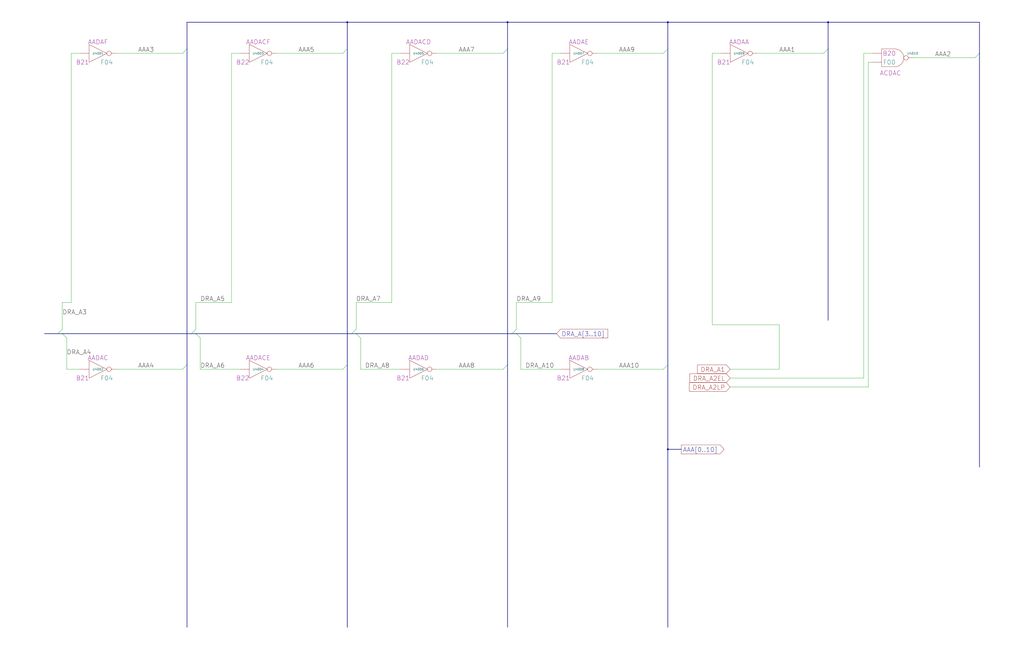
<source format=kicad_sch>
(kicad_sch (version 20220126) (generator eeschema)
  (paper "User" 584.2 378.46)
  (title_block (title "PLANE A\\nDRAM ADDRESS BUFFERS") (date "08-MAR-90") (rev "0.0") (comment 1 "MEM32 BOARD") (comment 2 "232-003066") (comment 3 "S400") (comment 4 "RELEASED"))
  (lib_symbols
    (symbol "r1000:F00" (pin_numbers hide) (pin_names hide)
      (property "Reference" "U" (at 15.24 0 0))
      (property "Value" "F00" (at 1.905 -5.08 0))
      (property "Location" "___" (at 1.905 0 0))
      (property "Name" "______" (at 2.54 -12.7 0))
      (symbol "F00_0_1"
        (polyline (pts (xy -2.54 -7.62) (xy 5.08 -7.62)) (stroke (width 0.1524)))
        (polyline (pts (xy -2.54 2.54) (xy -2.54 -7.62)) (stroke (width 0.1524)))
        (polyline (pts (xy -2.54 2.54) (xy 5.08 2.54)) (stroke (width 0.1524)))
        (arc (start 5.08 -7.62) (mid 10.1282 -2.54) (end 5.08 2.54) (stroke (width 0.1524)))
        (circle (center 11.43 -2.54) (radius 1.27) (stroke (width 0.1524)))
      )
      (symbol "F00_0_2"
        (circle (center -3.81 -5.08) (radius 1.27) (stroke (width 0.1524)))
        (circle (center -3.81 0) (radius 1.27) (stroke (width 0.1524)))
        (arc (start -3.175 -7.62) (mid -2.134 -2.54) (end -3.175 2.54) (stroke (width 0.1524)))
        (polyline (pts (xy -3.175 -7.62) (xy 3.81 -7.62)) (stroke (width 0.1524)))
        (polyline (pts (xy -3.175 2.54) (xy 3.81 2.54)) (stroke (width 0.1524)))
        (arc (start 3.81 -7.62) (mid 7.5855 -5.8306) (end 10.16 -2.54) (stroke (width 0.1524)))
        (arc (start 10.16 -2.54) (mid 7.5827 0.7471) (end 3.81 2.54) (stroke (width 0.1524)))
      )
      (symbol "F00_1_1"
        (pin input line (at -7.62 0 0) (length 5.08) (name "D0") (number "1"))
        (pin input line (at -7.62 -5.08 0) (length 5.08) (name "D1") (number "2"))
        (pin output line (at 15.24 -2.54 180) (length 2.54) (name "Q") (number "3"))
      )
      (symbol "F00_1_2"
        (pin input line (at -7.62 0 0) (length 2.54) (name "D0") (number "1"))
        (pin input line (at -7.62 -5.08 0) (length 2.54) (name "D1") (number "2"))
        (pin output line (at 15.24 -2.54 180) (length 5.08) (name "Q") (number "3"))
      )
    )
    (symbol "r1000:F04" (pin_numbers hide) (pin_names hide)
      (property "Reference" "U" (at 0 0 0))
      (property "Value" "F04" (at 1.27 -5.08 0))
      (property "Location" "___" (at -12.7 -5.08 0))
      (property "Name" "______" (at 0 5.08 0))
      (symbol "F04_0_1"
        (polyline (pts (xy -7.62 0) (xy -5.08 0)) (stroke (width 0.1524)))
        (polyline (pts (xy -5.08 5.08) (xy -5.08 -5.08)) (stroke (width 0.1524)))
        (polyline (pts (xy 5.08 0) (xy -5.08 -5.08)) (stroke (width 0.1524)))
        (polyline (pts (xy 5.08 0) (xy -5.08 5.08)) (stroke (width 0.1524)))
        (circle (center 6.35 0) (radius 1.27) (stroke (width 0.1524)))
      )
      (symbol "F04_1_1"
        (pin input line (at -10.16 0 0) (length 2.54) (name "D0") (number "1"))
        (pin output line (at 10.16 0 180) (length 2.54) (name "Q") (number "2"))
      )
    )
  )
  (bus (pts (xy 106.68 12.7) (xy 106.68 27.94)))
  (bus (pts (xy 106.68 12.7) (xy 198.12 12.7)))
  (bus (pts (xy 106.68 208.28) (xy 106.68 358.14)))
  (bus (pts (xy 106.68 27.94) (xy 106.68 208.28)))
  (bus (pts (xy 109.22 190.5) (xy 111.76 190.5)))
  (bus (pts (xy 111.76 190.5) (xy 200.66 190.5)))
  (bus (pts (xy 198.12 12.7) (xy 198.12 27.94)))
  (bus (pts (xy 198.12 12.7) (xy 289.56 12.7)))
  (bus (pts (xy 198.12 208.28) (xy 198.12 358.14)))
  (bus (pts (xy 198.12 27.94) (xy 198.12 208.28)))
  (bus (pts (xy 200.66 190.5) (xy 203.2 190.5)))
  (bus (pts (xy 203.2 190.5) (xy 292.1 190.5)))
  (bus (pts (xy 25.4 190.5) (xy 33.02 190.5)))
  (bus (pts (xy 289.56 12.7) (xy 289.56 27.94)))
  (bus (pts (xy 289.56 208.28) (xy 289.56 358.14)))
  (bus (pts (xy 289.56 27.94) (xy 289.56 208.28)))
  (bus (pts (xy 292.1 190.5) (xy 294.64 190.5)))
  (bus (pts (xy 294.64 190.5) (xy 317.5 190.5)))
  (bus (pts (xy 33.02 190.5) (xy 35.56 190.5)))
  (bus (pts (xy 35.56 190.5) (xy 109.22 190.5)))
  (bus (pts (xy 381 12.7) (xy 289.56 12.7)))
  (bus (pts (xy 381 12.7) (xy 381 27.94)))
  (bus (pts (xy 381 208.28) (xy 381 256.54)))
  (bus (pts (xy 381 256.54) (xy 381 358.14)))
  (bus (pts (xy 381 256.54) (xy 388.62 256.54)))
  (bus (pts (xy 381 27.94) (xy 381 208.28)))
  (bus (pts (xy 472.44 12.7) (xy 381 12.7)))
  (bus (pts (xy 472.44 12.7) (xy 472.44 27.94)))
  (bus (pts (xy 472.44 27.94) (xy 472.44 182.88)))
  (bus (pts (xy 558.8 12.7) (xy 472.44 12.7)))
  (bus (pts (xy 558.8 12.7) (xy 558.8 30.48)))
  (bus (pts (xy 558.8 30.48) (xy 558.8 266.7)))
  (wire (pts (xy 111.76 172.72) (xy 111.76 187.96)))
  (wire (pts (xy 114.3 210.82) (xy 114.3 193.04)))
  (wire (pts (xy 132.08 172.72) (xy 111.76 172.72)))
  (wire (pts (xy 132.08 30.48) (xy 132.08 172.72)))
  (wire (pts (xy 137.16 210.82) (xy 114.3 210.82)))
  (wire (pts (xy 137.16 30.48) (xy 132.08 30.48)))
  (wire (pts (xy 157.48 210.82) (xy 195.58 210.82)))
  (wire (pts (xy 157.48 30.48) (xy 195.58 30.48)))
  (wire (pts (xy 203.2 172.72) (xy 203.2 187.96)))
  (wire (pts (xy 205.74 210.82) (xy 205.74 193.04)))
  (wire (pts (xy 223.52 172.72) (xy 203.2 172.72)))
  (wire (pts (xy 223.52 30.48) (xy 223.52 172.72)))
  (wire (pts (xy 228.6 210.82) (xy 205.74 210.82)))
  (wire (pts (xy 228.6 30.48) (xy 223.52 30.48)))
  (wire (pts (xy 248.92 210.82) (xy 287.02 210.82)))
  (wire (pts (xy 248.92 30.48) (xy 287.02 30.48)))
  (wire (pts (xy 294.64 172.72) (xy 294.64 187.96)))
  (wire (pts (xy 297.18 210.82) (xy 297.18 193.04)))
  (wire (pts (xy 314.96 172.72) (xy 294.64 172.72)))
  (wire (pts (xy 314.96 30.48) (xy 314.96 172.72)))
  (wire (pts (xy 320.04 210.82) (xy 297.18 210.82)))
  (wire (pts (xy 320.04 30.48) (xy 314.96 30.48)))
  (wire (pts (xy 340.36 210.82) (xy 378.46 210.82)))
  (wire (pts (xy 340.36 30.48) (xy 378.46 30.48)))
  (wire (pts (xy 35.56 172.72) (xy 40.64 172.72)))
  (wire (pts (xy 35.56 187.96) (xy 35.56 172.72)))
  (wire (pts (xy 38.1 210.82) (xy 38.1 193.04)))
  (wire (pts (xy 40.64 172.72) (xy 40.64 30.48)))
  (wire (pts (xy 40.64 30.48) (xy 45.72 30.48)))
  (wire (pts (xy 406.4 185.42) (xy 444.5 185.42)))
  (wire (pts (xy 406.4 30.48) (xy 406.4 185.42)))
  (wire (pts (xy 411.48 30.48) (xy 406.4 30.48)))
  (wire (pts (xy 416.56 210.82) (xy 444.5 210.82)))
  (wire (pts (xy 416.56 215.9) (xy 492.76 215.9)))
  (wire (pts (xy 416.56 220.98) (xy 495.3 220.98)))
  (wire (pts (xy 431.8 30.48) (xy 469.9 30.48)))
  (wire (pts (xy 444.5 185.42) (xy 444.5 210.82)))
  (wire (pts (xy 45.72 210.82) (xy 38.1 210.82)))
  (wire (pts (xy 492.76 30.48) (xy 492.76 215.9)))
  (wire (pts (xy 495.3 35.56) (xy 495.3 220.98)))
  (wire (pts (xy 497.84 30.48) (xy 492.76 30.48)))
  (wire (pts (xy 497.84 35.56) (xy 495.3 35.56)))
  (wire (pts (xy 520.7 33.02) (xy 556.26 33.02)))
  (wire (pts (xy 66.04 210.82) (xy 104.14 210.82)))
  (wire (pts (xy 66.04 30.48) (xy 104.14 30.48)))
  (label "DRA_A3" (at 35.56 180.34 0) (effects (font (size 2.54 2.54))))
  (bus_entry (at 35.56 187.96) (size -2.54 2.54))
  (bus_entry (at 35.56 190.5) (size 2.54 2.54))
  (label "DRA_A4" (at 38.1 203.2 0) (effects (font (size 2.54 2.54))))
  (symbol (lib_id "r1000:F04") (at 55.88 30.48 0) (unit 1)
    (property "Reference" "U4001" (at 55.88 30.48 0))
    (property "Value" "F04" (at 57.15 35.56 0) (effects (font (size 2.54 2.54)) (justify left)))
    (property "Location" "B21" (at 43.18 35.56 0) (effects (font (size 2.54 2.54)) (justify left)))
    (property "Name" "AADAF" (at 55.88 25.4 0) (effects (font (size 2.54 2.54)) (justify bottom)))
  )
  (symbol (lib_id "r1000:F04") (at 55.88 210.82 0) (unit 1)
    (property "Reference" "U4002" (at 55.88 210.82 0))
    (property "Value" "F04" (at 57.15 215.9 0) (effects (font (size 2.54 2.54)) (justify left)))
    (property "Location" "B21" (at 43.18 215.9 0) (effects (font (size 2.54 2.54)) (justify left)))
    (property "Name" "AADAC" (at 55.88 205.74 0) (effects (font (size 2.54 2.54)) (justify bottom)))
  )
  (label "AAA3" (at 78.74 30.48 0) (effects (font (size 2.54 2.54))))
  (label "AAA4" (at 78.74 210.82 0) (effects (font (size 2.54 2.54))))
  (bus_entry (at 106.68 27.94) (size -2.54 2.54))
  (bus_entry (at 106.68 208.28) (size -2.54 2.54))
  (bus_entry (at 111.76 187.96) (size -2.54 2.54))
  (bus_entry (at 111.76 190.5) (size 2.54 2.54))
  (label "DRA_A5" (at 114.3 172.72 0) (effects (font (size 2.54 2.54))))
  (label "DRA_A6" (at 114.3 210.82 0) (effects (font (size 2.54 2.54))))
  (symbol (lib_id "r1000:F04") (at 147.32 30.48 0) (unit 1)
    (property "Reference" "U4003" (at 147.32 30.48 0))
    (property "Value" "F04" (at 148.59 35.56 0) (effects (font (size 2.54 2.54)) (justify left)))
    (property "Location" "B22" (at 134.62 35.56 0) (effects (font (size 2.54 2.54)) (justify left)))
    (property "Name" "AADACF" (at 147.32 25.4 0) (effects (font (size 2.54 2.54)) (justify bottom)))
  )
  (symbol (lib_id "r1000:F04") (at 147.32 210.82 0) (unit 1)
    (property "Reference" "U4004" (at 147.32 210.82 0))
    (property "Value" "F04" (at 148.59 215.9 0) (effects (font (size 2.54 2.54)) (justify left)))
    (property "Location" "B22" (at 134.62 215.9 0) (effects (font (size 2.54 2.54)) (justify left)))
    (property "Name" "AADACE" (at 147.32 205.74 0) (effects (font (size 2.54 2.54)) (justify bottom)))
  )
  (label "AAA5" (at 170.18 30.48 0) (effects (font (size 2.54 2.54))))
  (label "AAA6" (at 170.18 210.82 0) (effects (font (size 2.54 2.54))))
  (junction (at 198.12 12.7))
  (bus_entry (at 198.12 27.94) (size -2.54 2.54))
  (bus_entry (at 198.12 208.28) (size -2.54 2.54))
  (label "DRA_A7" (at 203.2 172.72 0) (effects (font (size 2.54 2.54))))
  (bus_entry (at 203.2 187.96) (size -2.54 2.54))
  (bus_entry (at 203.2 190.5) (size 2.54 2.54))
  (label "DRA_A8" (at 208.28 210.82 0) (effects (font (size 2.54 2.54))))
  (symbol (lib_id "r1000:F04") (at 238.76 30.48 0) (unit 1)
    (property "Reference" "U4005" (at 238.76 30.48 0))
    (property "Value" "F04" (at 240.03 35.56 0) (effects (font (size 2.54 2.54)) (justify left)))
    (property "Location" "B22" (at 226.06 35.56 0) (effects (font (size 2.54 2.54)) (justify left)))
    (property "Name" "AADACD" (at 238.76 25.4 0) (effects (font (size 2.54 2.54)) (justify bottom)))
  )
  (symbol (lib_id "r1000:F04") (at 238.76 210.82 0) (unit 1)
    (property "Reference" "U4006" (at 238.76 210.82 0))
    (property "Value" "F04" (at 240.03 215.9 0) (effects (font (size 2.54 2.54)) (justify left)))
    (property "Location" "B21" (at 226.06 215.9 0) (effects (font (size 2.54 2.54)) (justify left)))
    (property "Name" "AADAD" (at 238.76 205.74 0) (effects (font (size 2.54 2.54)) (justify bottom)))
  )
  (label "AAA7" (at 261.62 30.48 0) (effects (font (size 2.54 2.54))))
  (label "AAA8" (at 261.62 210.82 0) (effects (font (size 2.54 2.54))))
  (junction (at 289.56 12.7))
  (bus_entry (at 289.56 27.94) (size -2.54 2.54))
  (bus_entry (at 289.56 208.28) (size -2.54 2.54))
  (label "DRA_A9" (at 294.64 172.72 0) (effects (font (size 2.54 2.54))))
  (bus_entry (at 294.64 187.96) (size -2.54 2.54))
  (bus_entry (at 294.64 190.5) (size 2.54 2.54))
  (label "DRA_A10" (at 299.72 210.82 0) (effects (font (size 2.54 2.54))))
  (global_label "DRA_A[3..10]" (shape input) (at 317.5 190.5 0) (effects (font (size 2.54 2.54))) (property "Intersheet References" "${INTERSHEET_REFS}" (at 346.7584 190.3413 0) (effects (font (size 1.905 1.905)) (justify left))))
  (symbol (lib_id "r1000:F04") (at 330.2 30.48 0) (unit 1)
    (property "Reference" "U4007" (at 330.2 30.48 0))
    (property "Value" "F04" (at 331.47 35.56 0) (effects (font (size 2.54 2.54)) (justify left)))
    (property "Location" "B21" (at 317.5 35.56 0) (effects (font (size 2.54 2.54)) (justify left)))
    (property "Name" "AADAE" (at 330.2 25.4 0) (effects (font (size 2.54 2.54)) (justify bottom)))
  )
  (symbol (lib_id "r1000:F04") (at 330.2 210.82 0) (unit 1)
    (property "Reference" "U4008" (at 330.2 210.82 0))
    (property "Value" "F04" (at 331.47 215.9 0) (effects (font (size 2.54 2.54)) (justify left)))
    (property "Location" "B21" (at 317.5 215.9 0) (effects (font (size 2.54 2.54)) (justify left)))
    (property "Name" "AADAB" (at 330.2 205.74 0) (effects (font (size 2.54 2.54)) (justify bottom)))
  )
  (label "AAA9" (at 353.06 30.48 0) (effects (font (size 2.54 2.54))))
  (label "AAA10" (at 353.06 210.82 0) (effects (font (size 2.54 2.54))))
  (junction (at 381 12.7))
  (bus_entry (at 381 27.94) (size -2.54 2.54))
  (bus_entry (at 381 208.28) (size -2.54 2.54))
  (junction (at 381 256.54))
  (global_label "AAA[0..10]" (shape output) (at 388.62 256.54 0) (effects (font (size 2.54 2.54))) (property "Intersheet References" "${INTERSHEET_REFS}" (at 413.0403 256.3813 0) (effects (font (size 1.905 1.905)) (justify left))))
  (global_label "DRA_A1" (shape input) (at 416.56 210.82 180) (effects (font (size 2.54 2.54))) (property "Intersheet References" "${INTERSHEET_REFS}" (at 397.9454 210.6613 0) (effects (font (size 1.905 1.905)) (justify right))))
  (global_label "DRA_A2EL" (shape input) (at 416.56 215.9 180) (effects (font (size 2.54 2.54))) (property "Intersheet References" "${INTERSHEET_REFS}" (at 393.5911 215.7413 0) (effects (font (size 1.905 1.905)) (justify right))))
  (global_label "DRA_A2LP" (shape input) (at 416.56 220.98 180) (effects (font (size 2.54 2.54))) (property "Intersheet References" "${INTERSHEET_REFS}" (at 393.3492 220.8213 0) (effects (font (size 1.905 1.905)) (justify right))))
  (symbol (lib_id "r1000:F04") (at 421.64 30.48 0) (unit 1)
    (property "Reference" "U4009" (at 421.64 30.48 0))
    (property "Value" "F04" (at 422.91 35.56 0) (effects (font (size 2.54 2.54)) (justify left)))
    (property "Location" "B21" (at 408.94 35.56 0) (effects (font (size 2.54 2.54)) (justify left)))
    (property "Name" "AADAA" (at 421.64 25.4 0) (effects (font (size 2.54 2.54)) (justify bottom)))
  )
  (label "AAA1" (at 444.5 30.48 0) (effects (font (size 2.54 2.54))))
  (junction (at 472.44 12.7))
  (bus_entry (at 472.44 27.94) (size -2.54 2.54))
  (symbol (lib_id "r1000:F00") (at 505.46 30.48 0) (unit 1)
    (property "Reference" "U4010" (at 520.7 30.48 0))
    (property "Value" "F00" (at 507.365 35.56 0) (effects (font (size 2.54 2.54))))
    (property "Location" "B20" (at 507.365 30.48 0) (effects (font (size 2.54 2.54))))
    (property "Name" "ACDAC" (at 508 43.18 0) (effects (font (size 2.54 2.54)) (justify bottom)))
  )
  (label "AAA2" (at 533.4 33.02 0) (effects (font (size 2.54 2.54))))
  (bus_entry (at 558.8 30.48) (size -2.54 2.54))
)
</source>
